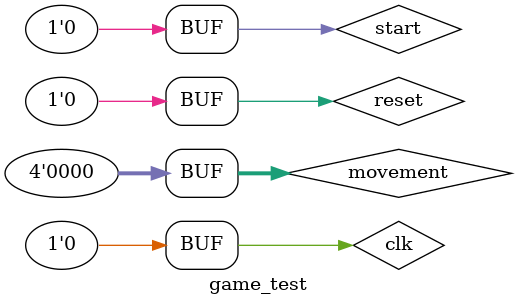
<source format=v>
module game(clk,movement,row,col,state,start,reset,matrix,head_row,head_col,fout,ones,tens);
input clk;
input start,reset;
input [3:0]movement;// up,down,left,right
output  [7:0]row ;
output  [7:0]col ;

output [2:0] head_row,head_col;
wire [2:0]center_row,center_col;
wire [2:0]tail_row,tail_col;

wire [2:0]apple_row,apple_col;
reg [3:0]old_movement;
output [63:0]matrix;
output [2:0]state;
wire [7:0]out;
output fout;
parameter UP = 1, DOWN = 2, LEFT = 4, RIGHT = 8;

output [7:0]ones,tens;
wire [3:0] bcd_ones,bcd_tens;
wire [5:0]score;

freq_divider fd(clk,out,fout,score);
move snake_move(movement,head_row,head_col,clk,matrix,state,start,reset,fout,score);

bin2bcd b1(score,bcd_tens,bcd_ones); // from binary change to bcd
Seg7disp TEN(bcd_tens,tens);
Seg7disp UNIT(bcd_ones,ones);

led_scanner led(clk,matrix,row,col,state);


endmodule 

module led_scanner(clk,matrix,row,col,state);
input clk;
input [63:0]matrix; // 0:63 (64bit) O10000,01000,00100.....
output reg [7:0]row=8'd1 ;
output reg [7:0]col;
input [2:0]state;
always@(posedge clk) // led_scanner 
begin
    case(row)
    8'd1: 
    begin
        col = matrix[7:0];
    end
    8'd2:
    begin
        col = matrix[15:8];
    end
    8'd4:
    begin
        col = matrix[23:16];
    end
    8'd8: 
    begin
        col = matrix[31:24];
    end
    8'd16:
    begin
        col = matrix[39:32];
    end
    8'd32: 
    begin
        col = matrix[47:40];
    end
    8'd64: 
    begin
        col = matrix[55:48];
    end
    8'd128: 
    begin
        col = matrix[63:56];
	end
//  r: col = matrix[8*(r+1)-1:8*r];
    endcase
    row = row >> 1;
    if (row < 8'b0000_0001)
    begin
        row = 8'b1000_0000;
    end
end
endmodule

module move(movement,head_row,head_col,clk,matrix,state,start,reset,fout,score);
input [3:0]movement;
input clk,fout;
input start,reset;
reg [2:0]apple_row=3;//initial apple position
reg [2:0]apple_col=6;
output reg [2:0]state;
reg [2:0]next_state;
reg [3:0]old_movement;
reg over=0;
reg state_start=1;
output reg [63:0] matrix;

output reg [2:0]head_row=3,head_col=3;
reg [2:0]center_row=3,center_col=2;
reg [2:0]tail_row=3,tail_col=1;

reg [2:0]min_row[30:0]; // snake's real tail
reg [2:0]min_col[30:0]; // it means that every row and col's max is 30, because you or even me will never get the score over 30
output reg [5:0]score=0; 

parameter UP = 1, DOWN = 2, LEFT = 4, RIGHT = 8;
integer k=234;// for random
integer i=0;// for "for"
integer j=0;// same as above
integer m=0;// same as above
always@(posedge clk)
begin
	if (state_start == 1)// game start; happy face
	begin
		matrix[7:0]  =8'b00000000; 
		matrix[15:8] =8'b01100110; 
		matrix[23:16]=8'b01100110; 
		matrix[31:24]=8'b00000000; 
		matrix[39:32]=8'b01000010; 
		matrix[47:40]=8'b00100100; 
		matrix[55:48]=8'b00011000;
		matrix[63:56]=8'b00000000; 
	end
	else if(over == 1) // game over; sad face
	begin
		score = 0;
		old_movement = 0;
		matrix[7:0]  =8'b00000000; 
		matrix[15:8] =8'b01100110; 
		matrix[23:16]=8'b01100110; 
		matrix[31:24]=8'b00000000; 
		matrix[39:32]=8'b00011000; 
		matrix[47:40]=8'b00100100; 
		matrix[55:48]=8'b01000010; 
		matrix[63:56]=8'b00000000; 
		
		//matrix =0;
	end
	
	else
	begin
		if(movement == 0)
			old_movement = old_movement;
		
		else
        begin// illegal moves
            if(old_movement == UP && movement == DOWN) 
            begin
                old_movement = UP;
            end
            else if (old_movement == DOWN && movement == UP)// if snake moves old m=down; we press up it can't move up 
            begin
                old_movement = DOWN;
            end
            else if (old_movement == LEFT && movement == RIGHT)
            begin
                old_movement = LEFT;
            end
            else if (old_movement == RIGHT && movement == LEFT)
            begin
                old_movement = RIGHT;
            end
            else
            begin
                old_movement = movement;
            end
        end

		matrix=0; // clear the matrix
        matrix[head_row*8+head_col]=1;
        matrix[center_row*8+center_col]=1;
        matrix[tail_row*8+tail_col]=1;
		matrix[apple_row*8+apple_col] =  1;

		// print the min part(real tail)
		if(score>0)
		begin
			for(i=0; i < 30; i=i+1) // let 30 be max length
			begin
				if(i < score)
					matrix[min_row[i]*8+min_col[i]]=1;
			end	
		end	
		// when eating the apple	
		if((head_row == apple_row)&&(head_col == apple_col))
		begin
		// 	generate new_apple
			apple_row <= (123*k)%7;
			apple_col <= (123*(k+1))%7;
	//		matrix[apple_row*8+apple_col] =  1;
			k = k + 1;
			score <= score+1;
		end
		
		else
		begin// if we cannot eat apple its in same positionxx
		//	matrix[apple_row*8+apple_col] = 1;
			apple_row <= apple_row;
			apple_col <= apple_col;
		end
	end
end

always@(posedge fout)
begin// game start; and snake movement leftside matrix
		if (state_start == 1)
		begin
			if(start == 1)
			begin
				state_start = 0;
				head_row <= 3;
				head_col <= 3;
                center_row <= 3;
                center_col <= 2;
                tail_row <= 3;
                tail_col <= 1;
				min_row[0] <= 3;
				min_col[0] <= 0;
			end
			else
			begin
				state_start = 1;
			end
		end
		else if(over == 1) // game over 
		begin
			if(start == 1) // wait for start signal
			begin
				over = 0;
				head_row <= 3;
				head_col <= 3;
                center_row <= 3;
                center_col <= 2;
                tail_row <= 3;
                tail_col <= 1;
				min_row[0] <= 3;
				min_col[0] <= 0;
			end
			else
			begin
				over = 1;
			end
		end
		else
		begin
			case(old_movement)
			UP: // upward
			begin
				if(head_row > 0)
                begin
					head_row <= head_row - 3'd1;
					center_row <= head_row;
					center_col <= head_col;
					tail_row <= center_row;
					tail_col <= center_col;
					min_row[0] <= tail_row;
					min_col[0] <= tail_col;
					for (j=1;j<30;j=j+1)//overflow;
					begin
						if(j<score)
						begin
							min_row[j] <= min_row[j-1];
							min_col[j] <= min_col[j-1];
						end
					end
                end
				else
					begin
						head_row <= head_row;
						center_row <= center_row;
						tail_row <= tail_row;
						over = 1;
					end
			end
			DOWN:// downward
			begin
				if(head_row < 7)
                begin
                    head_row <= head_row + 3'd1; // down
					center_row <= head_row;
					center_col <= head_col;
					tail_row <= center_row;
					tail_col <= center_col;
					min_row[0] <= tail_row;
					min_col[0] <= tail_col;
					for (j=1;j<30;j=j+1)
					begin
						if(j<score)
						begin
							min_row[j] <= min_row[j-1];
							min_col[j] <= min_col[j-1];
						end
					end
                end
				else
				begin
					head_row <= head_row;
					center_row <= center_row;
					tail_row <= tail_row;
					over = 1;
				end
			end    
			LEFT:  // left 
			begin
				if(head_col > 0)
				begin
					head_col <= head_col - 3'd1;
					center_row <= head_row;
					center_col <= head_col;
					tail_row <= center_row;
					tail_col <= center_col;
					min_row[0] <= tail_row;
					min_col[0] <= tail_col;
					for (j=1;j<30;j=j+1)
					begin
						if(j<score)
						begin
							min_row[j] <= min_row[j-1];
							min_col[j] <= min_col[j-1];
						end
					end
                end
				else
				begin
					head_col <= head_col;
					center_col <= center_col;
					tail_col <= tail_col;
					over = 1;
				end
			end		
			RIGHT: // right
			begin
				if(head_col <  7)
                begin
					head_col <= head_col + 3'd1; 
					center_row <= head_row;
					center_col <= head_col;
					tail_row <= center_row;
					tail_col <= center_col;
					min_row[0] <= tail_row;
					min_col[0] <= tail_col;
					for (j=1;j<30;j=j+1)
					begin
						if(j<score)
						begin
							min_row[j] <= min_row[j-1];
							min_col[j] <= min_col[j-1];
						end
					end
                end
				else
				begin
					head_col <= head_col;
					center_col <= center_col;
					tail_col <= tail_col;
					over = 1;
				end
			end
			default: 
			begin
				head_row <= head_row;
				head_col <= head_col;
				center_row <= center_row;
				center_col <= center_col;
				tail_row <= tail_row;
				tail_col <= tail_col;
			end
			endcase
			
			for (m=1; m<30;m=m+1) // detect head hit the body
			begin
				if((head_row == min_row[m]) &&( head_col == min_col[m])&& (m<score))
				begin
					over = 1;
				end
			end
			
		end
end

endmodule

module freq_divider(clk,out,fout,score);
input clk;
input [5:0]score;
output reg fout;
output reg [7:0]out;
always@(posedge clk)
begin
	if(out == 8'd1)
	begin
		fout = !fout;
		out = 8'b1000_0000-(score*5);
	end
	else
		out = out - 8'd1;
end
endmodule


module bin2bcd(in,tens,units);

input [5:0]in;
output reg [3:0]tens,units;
reg [5:0]value ;

always@(in)
begin
    if(in >= 0)
    begin
        value = in;

        units = value % 10;
        value = value / 10;
        
        tens = value % 10;
        value = value / 10;
        
    end
end

endmodule

module Seg7disp(bcd_nums,display_num);
input [3:0]  bcd_nums; // print one side, every time
output reg [7:0] display_num;

parameter BLANK =   8'b1111_1111;
parameter ZERO  =   8'b1100_0000;//gfedcba
parameter ONE   =   8'b1111_1001;
parameter TWO   =   8'b1010_0100;
parameter THREE =   8'b1011_0000;
parameter FOUR  =   8'b1001_1001;
parameter FIVE  =   8'b1001_0010;
parameter SIX   =   8'b1000_0010;
parameter SEVEN =   8'b1111_1000;
parameter EIGHT =   8'b1000_0000;
parameter NINE  =   8'b1001_0000;

always@(bcd_nums)
begin
    
    case(bcd_nums)
    0: display_num = ZERO;
    1: display_num = ONE;
    2: display_num = TWO;
    3: display_num = THREE;
    4: display_num = FOUR;
    5: display_num = FIVE;
    6: display_num = SIX;
    7: display_num = SEVEN;
    8: display_num = EIGHT;
    9: display_num = NINE;
    default:  display_num = BLANK;

    endcase

end

endmodule

module game_test;

	// Inputs
	reg clk;
	reg [3:0] movement;
	reg start;
	reg reset;

	// Outputs
	wire [7:0] row;
	wire [7:0] col;
	wire [2:0] state;
	wire [63:0] matrix;
	wire [2:0] head_row;
	wire [2:0] head_col;
	wire fout;
	wire [7:0] ones;
	wire [7:0] tens;

	// Instantiate the Unit Under Test (UUT)
	game uut (
		.clk(clk), 
		.movement(movement), 
		.row(row), 
		.col(col), 
		.state(state), 
		.start(start), 
		.reset(reset), 
		.matrix(matrix), 
		.head_row(head_row), 
		.head_col(head_col), 
		.fout(fout), 
		.ones(ones), 
		.tens(tens)
	);

	initial begin
		// Initialize Inputs
		clk = 0;
		movement = 0;
		start = 0;
		reset = 0;

		// Wait 100 ns for global reset to finish
		#100;
        
		// Add stimulus here

	end
      
endmodule

</source>
